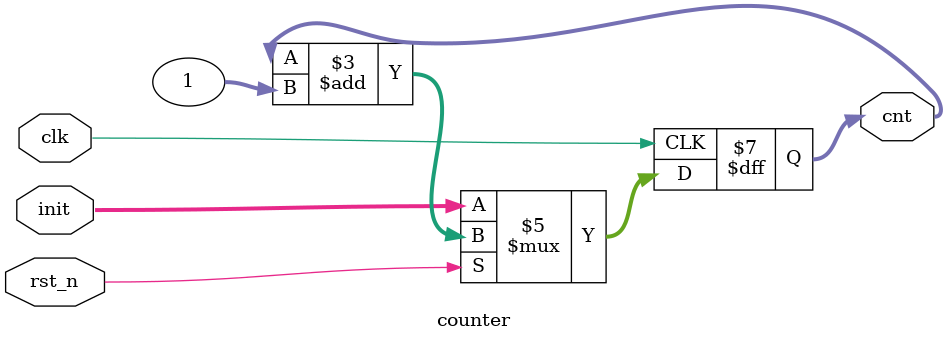
<source format=sv>
module counter #(
    parameter   int     W = 32
) (
    output  logic   [W-1:0]     cnt,
    input   logic   [W-1:0]     init,
    input   logic               clk, rst_n
);

always_ff @ (posedge clk) begin
    if (~rst_n) begin
        cnt <= init;
    end else begin
        cnt <= cnt + 1;
    end
end

endmodule

</source>
